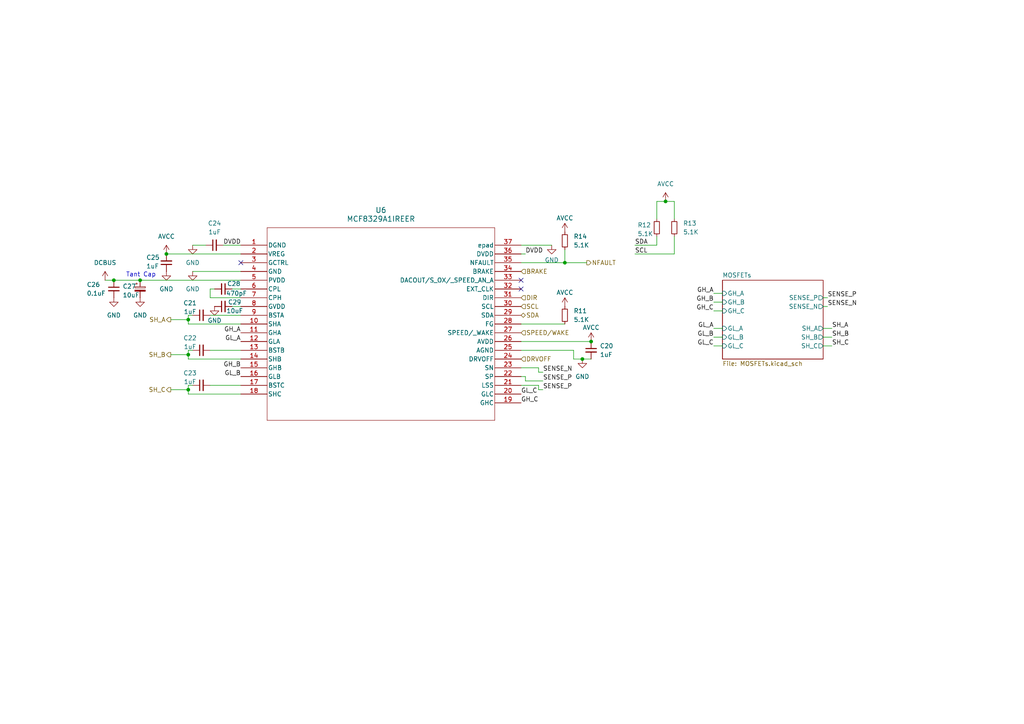
<source format=kicad_sch>
(kicad_sch (version 20231120) (generator "eeschema") (generator_version "8.0")
  (paper "A4")
  (lib_symbols
    (symbol "Device:C_Polarized_Small" (pin_numbers hide) (pin_names (offset 0.254) hide)
      (property "Reference" "C" (at 0.254 1.778 0))
      (property "Value" "C_Polarized_Small" (at 0.254 -2.032 0))
      (symbol "C_Polarized_Small_0_1"
        (rectangle (start -1.524 -0.3048) (end 1.524 -0.6858) (fill (type outline)))
        (rectangle (start -1.524 0.6858) (end 1.524 0.3048))
        (polyline (pts (xy -1.27 1.524) (xy -0.762 1.524)))
        (polyline (pts (xy -1.016 1.27) (xy -1.016 1.778)))
      )
      (symbol "C_Polarized_Small_1_1"
        (pin passive line (at 0 2.54 270) (length 1.8542) (name "~") (number "1"))
        (pin passive line (at 0 -2.54 90) (length 1.8542) (name "~") (number "2"))
      )
    )
    (symbol "Device:C_Small" (pin_numbers hide) (pin_names (offset 0.254) hide)
      (property "Reference" "C" (at 0.254 1.778 0))
      (property "Value" "C_Small" (at 0.254 -2.032 0))
      (symbol "C_Small_0_1"
        (polyline (pts (xy -1.524 -0.508) (xy 1.524 -0.508)) (stroke (width 0.3302)))
        (polyline (pts (xy -1.524 0.508) (xy 1.524 0.508)) (stroke (width 0.3048)))
      )
      (symbol "C_Small_1_1"
        (pin passive line (at 0 2.54 270) (length 2.032) (name "~") (number "1"))
        (pin passive line (at 0 -2.54 90) (length 2.032) (name "~") (number "2"))
      )
    )
    (symbol "Device:R_Small" (pin_numbers hide) (pin_names (offset 0.254) hide)
      (property "Reference" "R" (at 0.762 0.508 0))
      (property "Value" "R_Small" (at 0.762 -1.016 0))
      (symbol "R_Small_0_1"
        (rectangle (start -0.762 1.778) (end 0.762 -1.778) (stroke (width 0.2032)))
      )
      (symbol "R_Small_1_1"
        (pin passive line (at 0 2.54 270) (length 0.762) (name "~") (number "1"))
        (pin passive line (at 0 -2.54 90) (length 0.762) (name "~") (number "2"))
      )
    )
    (symbol "MCF8329A:MCF8329A1IREER" (pin_names (offset 0.254))
      (property "Reference" "U6" (at 40.64 10.16 0))
      (property "Value" "MCF8329A1IREER" (at 40.64 7.62 0))
      (symbol "MCF8329A1IREER_0_1"
        (polyline (pts (xy 7.62 -50.8) (xy 73.66 -50.8)) (stroke (width 0.127)))
        (polyline (pts (xy 7.62 5.08) (xy 7.62 -50.8)) (stroke (width 0.127)))
        (polyline (pts (xy 73.66 -50.8) (xy 73.66 5.08)) (stroke (width 0.127)))
        (polyline (pts (xy 73.66 5.08) (xy 7.62 5.08)) (stroke (width 0.127)))
        (pin power_out line (at 0 0 0) (length 7.62) (name "DGND") (number "1"))
        (pin bidirectional line (at 0 -22.86 0) (length 7.62) (name "SHA") (number "10"))
        (pin output line (at 0 -25.4 0) (length 7.62) (name "GHA") (number "11"))
        (pin output line (at 0 -27.94 0) (length 7.62) (name "GLA") (number "12"))
        (pin output line (at 0 -30.48 0) (length 7.62) (name "BSTB") (number "13"))
        (pin bidirectional line (at 0 -33.02 0) (length 7.62) (name "SHB") (number "14"))
        (pin output line (at 0 -35.56 0) (length 7.62) (name "GHB") (number "15"))
        (pin output line (at 0 -38.1 0) (length 7.62) (name "GLB") (number "16"))
        (pin output line (at 0 -40.64 0) (length 7.62) (name "BSTC") (number "17"))
        (pin bidirectional line (at 0 -43.18 0) (length 7.62) (name "SHC") (number "18"))
        (pin output line (at 81.28 -45.72 180) (length 7.62) (name "GHC") (number "19"))
        (pin power_in line (at 0 -2.54 0) (length 7.62) (name "VREG") (number "2"))
        (pin output line (at 81.28 -43.18 180) (length 7.62) (name "GLC") (number "20"))
        (pin power_in line (at 81.28 -40.64 180) (length 7.62) (name "LSS") (number "21"))
        (pin input line (at 81.28 -38.1 180) (length 7.62) (name "SP") (number "22"))
        (pin input line (at 81.28 -35.56 180) (length 7.62) (name "SN") (number "23"))
        (pin input line (at 81.28 -33.02 180) (length 7.62) (name "DRVOFF") (number "24"))
        (pin power_in line (at 81.28 -27.94 180) (length 7.62) (name "AVDD") (number "26"))
        (pin input line (at 81.28 -25.4 180) (length 7.62) (name "SPEED/_WAKE") (number "27"))
        (pin output line (at 81.28 -22.86 180) (length 7.62) (name "FG") (number "28"))
        (pin bidirectional line (at 81.28 -20.32 180) (length 7.62) (name "SDA") (number "29"))
        (pin output line (at 0 -5.08 0) (length 7.62) (name "GCTRL") (number "3"))
        (pin input line (at 81.28 -17.78 180) (length 7.62) (name "SCL") (number "30"))
        (pin input line (at 81.28 -15.24 180) (length 7.62) (name "DIR") (number "31"))
        (pin input line (at 81.28 -12.7 180) (length 7.62) (name "EXT_CLK") (number "32"))
        (pin bidirectional line (at 81.28 -10.16 180) (length 7.62) (name "DACOUT/S_OX/_SPEED_AN_A") (number "33"))
        (pin input line (at 81.28 -7.62 180) (length 7.62) (name "BRAKE") (number "34"))
        (pin output line (at 81.28 -5.08 180) (length 7.62) (name "NFAULT") (number "35"))
        (pin power_in line (at 81.28 -2.54 180) (length 7.62) (name "DVDD") (number "36"))
        (pin power_out line (at 0 -7.62 0) (length 7.62) (name "GND") (number "4"))
        (pin power_in line (at 0 -10.16 0) (length 7.62) (name "PVDD") (number "5"))
        (pin output line (at 0 -20.32 0) (length 7.62) (name "BSTA") (number "9"))
      )
      (symbol "MCF8329A1IREER_1_1"
        (pin passive line (at 81.28 -30.48 180) (length 7.62) (name "AGND") (number "25"))
        (pin passive line (at 81.28 0 180) (length 7.62) (name "epad") (number "37"))
        (pin passive line (at 0 -12.7 0) (length 7.62) (name "CPL") (number "6"))
        (pin passive line (at 0 -15.24 0) (length 7.62) (name "CPH") (number "7"))
        (pin passive line (at 0 -17.78 0) (length 7.62) (name "GVDD") (number "8"))
      )
    )
    (symbol "power:GND" (power) (pin_numbers hide) (pin_names (offset 0) hide)
      (property "Value" "GND" (at 0 -3.81 0))
      (symbol "GND_0_1"
        (polyline (pts (xy 0 0) (xy 0 -1.27) (xy 1.27 -1.27) (xy 0 -2.54) (xy -1.27 -1.27) (xy 0 -1.27)))
      )
      (symbol "GND_1_1"
        (pin power_in line (at 0 0 270) (length 0) (name "~") (number "1"))
      )
    )
    (symbol "power:VCC" (power) (pin_numbers hide) (pin_names (offset 0) hide)
      (property "Value" "VCC" (at 0 3.556 0))
      (symbol "VCC_0_1"
        (polyline (pts (xy -0.762 1.27) (xy 0 2.54)))
        (polyline (pts (xy 0 0) (xy 0 2.54)))
        (polyline (pts (xy 0 2.54) (xy 0.762 1.27)))
      )
      (symbol "VCC_1_1"
        (pin power_in line (at 0 0 90) (length 0) (name "~") (number "1"))
      )
    )
  )
  (junction (at 33.02 81.28))
  (junction (at 54.61 92.71))
  (junction (at 48.26 73.66))
  (junction (at 168.91 104.14))
  (junction (at 54.61 102.87))
  (junction (at 171.45 99.06))
  (junction (at 163.83 76.2))
  (junction (at 40.64 81.28))
  (junction (at 54.61 113.03))
  (junction (at 193.04 58.42))
  (no_connect (at 151.13 81.28))
  (no_connect (at 69.85 76.2))
  (no_connect (at 151.13 83.82))
  (wire (pts (xy 193.04 58.42) (xy 190.5 58.42)))
  (wire (pts (xy 156.21 113.03) (xy 157.48 113.03)))
  (wire (pts (xy 184.15 73.66) (xy 195.58 73.66)))
  (wire (pts (xy 55.88 91.44) (xy 54.61 91.44)))
  (wire (pts (xy 54.61 92.71) (xy 54.61 93.98)))
  (wire (pts (xy 207.01 90.17) (xy 209.55 90.17)))
  (wire (pts (xy 207.01 87.63) (xy 209.55 87.63)))
  (wire (pts (xy 207.01 95.25) (xy 209.55 95.25)))
  (wire (pts (xy 54.61 104.14) (xy 69.85 104.14)))
  (wire (pts (xy 241.3 97.79) (xy 238.76 97.79)))
  (wire (pts (xy 240.03 86.36) (xy 238.76 86.36)))
  (wire (pts (xy 207.01 97.79) (xy 209.55 97.79)))
  (wire (pts (xy 156.21 111.76) (xy 151.13 111.76)))
  (wire (pts (xy 49.53 102.87) (xy 54.61 102.87)))
  (wire (pts (xy 60.96 91.44) (xy 69.85 91.44)))
  (wire (pts (xy 152.4 73.66) (xy 151.13 73.66)))
  (wire (pts (xy 241.3 100.33) (xy 238.76 100.33)))
  (wire (pts (xy 156.21 113.03) (xy 156.21 111.76)))
  (wire (pts (xy 55.88 101.6) (xy 54.61 101.6)))
  (wire (pts (xy 207.01 100.33) (xy 209.55 100.33)))
  (wire (pts (xy 157.48 110.49) (xy 152.4 110.49)))
  (wire (pts (xy 151.13 93.98) (xy 163.83 93.98)))
  (wire (pts (xy 166.37 101.6) (xy 166.37 104.14)))
  (wire (pts (xy 184.15 71.12) (xy 190.5 71.12)))
  (wire (pts (xy 152.4 110.49) (xy 152.4 109.22)))
  (wire (pts (xy 33.02 81.28) (xy 40.64 81.28)))
  (wire (pts (xy 207.01 85.09) (xy 209.55 85.09)))
  (wire (pts (xy 54.61 101.6) (xy 54.61 102.87)))
  (wire (pts (xy 54.61 113.03) (xy 54.61 114.3)))
  (wire (pts (xy 195.58 68.58) (xy 195.58 73.66)))
  (wire (pts (xy 54.61 102.87) (xy 54.61 104.14)))
  (wire (pts (xy 163.83 72.39) (xy 163.83 76.2)))
  (wire (pts (xy 54.61 114.3) (xy 69.85 114.3)))
  (wire (pts (xy 60.96 83.82) (xy 60.96 86.36)))
  (wire (pts (xy 195.58 58.42) (xy 195.58 63.5)))
  (wire (pts (xy 151.13 71.12) (xy 160.02 71.12)))
  (wire (pts (xy 168.91 104.14) (xy 171.45 104.14)))
  (wire (pts (xy 241.3 95.25) (xy 238.76 95.25)))
  (wire (pts (xy 54.61 93.98) (xy 69.85 93.98)))
  (wire (pts (xy 49.53 92.71) (xy 54.61 92.71)))
  (wire (pts (xy 151.13 99.06) (xy 171.45 99.06)))
  (wire (pts (xy 48.26 73.66) (xy 69.85 73.66)))
  (wire (pts (xy 156.21 106.68) (xy 151.13 106.68)))
  (wire (pts (xy 170.18 76.2) (xy 163.83 76.2)))
  (wire (pts (xy 190.5 58.42) (xy 190.5 63.5)))
  (wire (pts (xy 49.53 113.03) (xy 54.61 113.03)))
  (wire (pts (xy 60.96 83.82) (xy 62.23 83.82)))
  (wire (pts (xy 151.13 101.6) (xy 166.37 101.6)))
  (wire (pts (xy 193.04 58.42) (xy 195.58 58.42)))
  (wire (pts (xy 60.96 111.76) (xy 69.85 111.76)))
  (wire (pts (xy 54.61 111.76) (xy 54.61 113.03)))
  (wire (pts (xy 67.31 88.9) (xy 69.85 88.9)))
  (wire (pts (xy 54.61 91.44) (xy 54.61 92.71)))
  (wire (pts (xy 64.77 71.12) (xy 69.85 71.12)))
  (wire (pts (xy 166.37 104.14) (xy 168.91 104.14)))
  (wire (pts (xy 163.83 76.2) (xy 151.13 76.2)))
  (wire (pts (xy 67.31 83.82) (xy 69.85 83.82)))
  (wire (pts (xy 40.64 81.28) (xy 69.85 81.28)))
  (wire (pts (xy 60.96 86.36) (xy 69.85 86.36)))
  (wire (pts (xy 190.5 68.58) (xy 190.5 71.12)))
  (wire (pts (xy 30.48 81.28) (xy 33.02 81.28)))
  (wire (pts (xy 55.88 78.74) (xy 69.85 78.74)))
  (wire (pts (xy 60.96 101.6) (xy 69.85 101.6)))
  (wire (pts (xy 152.4 109.22) (xy 151.13 109.22)))
  (wire (pts (xy 55.88 111.76) (xy 54.61 111.76)))
  (wire (pts (xy 157.48 107.95) (xy 156.21 107.95)))
  (wire (pts (xy 240.03 88.9) (xy 238.76 88.9)))
  (wire (pts (xy 55.88 71.12) (xy 59.69 71.12)))
  (wire (pts (xy 156.21 107.95) (xy 156.21 106.68)))
  (text "Tant Cap" (at 40.894 79.756 0) (effects (font (size 1.27 1.27))))
  (label "GH_A" (at 207.01 85.09 180))
  (label "SENSE_P" (at 240.03 86.36 0))
  (label "GL_B" (at 69.85 109.22 180))
  (label "GH_B" (at 69.85 106.68 180))
  (label "SENSE_P" (at 157.48 113.03 0))
  (label "GH_B" (at 207.01 87.63 180))
  (label "GL_C" (at 207.01 100.33 180))
  (label "SDA" (at 184.15 71.12 0))
  (label "SH_B" (at 241.3 97.79 0))
  (label "GL_C" (at 151.13 114.3 0))
  (label "GH_A" (at 69.85 96.52 180))
  (label "SCL" (at 184.15 73.66 0))
  (label "GH_C" (at 151.13 116.84 0))
  (label "GL_B" (at 207.01 97.79 180))
  (label "SENSE_N" (at 240.03 88.9 0))
  (label "GL_A" (at 69.85 99.06 180))
  (label "SENSE_P" (at 157.48 110.49 0))
  (label "SH_C" (at 241.3 100.33 0))
  (label "DVDD" (at 152.4 73.66 0))
  (label "SENSE_N" (at 157.48 107.95 0))
  (label "DVDD" (at 64.77 71.12 0))
  (label "GH_C" (at 207.01 90.17 180))
  (label "GL_A" (at 207.01 95.25 180))
  (label "SH_A" (at 241.3 95.25 0))
  (hierarchical_label "SH_C" (shape output) (at 49.53 113.03 180))
  (hierarchical_label "DIR" (shape input) (at 151.13 86.36 0))
  (hierarchical_label "SH_B" (shape output) (at 49.53 102.87 180))
  (hierarchical_label "BRAKE" (shape input) (at 151.13 78.74 0))
  (hierarchical_label "SDA" (shape bidirectional) (at 151.13 91.44 0))
  (hierarchical_label "DRVOFF" (shape input) (at 151.13 104.14 0))
  (hierarchical_label "SH_A" (shape output) (at 49.53 92.71 180))
  (hierarchical_label "SCL" (shape input) (at 151.13 88.9 0))
  (hierarchical_label "NFAULT" (shape output) (at 170.18 76.2 0))
  (hierarchical_label "SPEED{slash}WAKE" (shape input) (at 151.13 96.52 0))
  (symbol (lib_id "Device:C_Small") (at 64.77 88.9 90) (unit 1)
    (property "Reference" "C29" (at 68.072 87.63 90))
    (property "Value" "10uF" (at 68.072 90.17 90))
    (property "Description" "Unpolarized capacitor, small symbol" (effects (hide yes)))
  )
  (symbol (lib_id "Device:C_Small") (at 171.45 101.6 0) (unit 1)
    (property "Reference" "C20" (at 173.99 100.3362 0) (effects (justify left)))
    (property "Value" "1uF" (at 173.99 102.8762 0) (effects (justify left)))
    (property "Footprint" "0603" (effects (hide yes)))
    (property "Description" "Unpolarized capacitor, small symbol" (effects (hide yes)))
    (property "LCSC Part #" "C106858" (effects (hide yes)))
  )
  (symbol (lib_id "power:VCC") (at 163.83 88.9 0) (unit 1)
    (property "Reference" "#PWR033" (effects (hide yes)))
    (property "Value" "AVCC" (at 163.83 84.836 0))
    (property "Description" "Power symbol creates a global label with name \"VCC\"" (effects (hide yes)))
  )
  (symbol (lib_id "Device:C_Small") (at 62.23 71.12 90) (unit 1)
    (property "Reference" "C24" (at 62.2363 64.77 90))
    (property "Value" "1uF" (at 62.2363 67.31 90))
    (property "Footprint" "0603" (effects (hide yes)))
    (property "Description" "Unpolarized capacitor, small symbol" (effects (hide yes)))
    (property "LCSC Part #" "C106858" (effects (hide yes)))
  )
  (symbol (lib_id "Device:C_Small") (at 33.02 83.82 0) (unit 1)
    (property "Reference" "C26" (at 25.146 82.55 0) (effects (justify left)))
    (property "Value" "0.1uF" (at 25.146 85.09 0) (effects (justify left)))
    (property "Footprint" "0805" (effects (hide yes)))
    (property "Description" "Unpolarized capacitor, small symbol" (effects (hide yes)))
    (property "LCSC Part #" "C28233" (effects (hide yes)))
  )
  (symbol (lib_id "power:VCC") (at 171.45 99.06 0) (unit 1)
    (property "Reference" "#PWR025" (effects (hide yes)))
    (property "Value" "AVCC" (at 171.45 94.996 0))
    (property "Description" "Power symbol creates a global label with name \"VCC\"" (effects (hide yes)))
  )
  (symbol (lib_id "power:GND") (at 55.88 71.12 0) (unit 1)
    (property "Reference" "#PWR023" (effects (hide yes)))
    (property "Value" "GND" (at 55.88 76.2 0))
    (property "Description" "Power symbol creates a global label with name \"GND\" , ground" (effects (hide yes)))
  )
  (symbol (lib_id "Device:R_Small") (at 163.83 69.85 0) (unit 1)
    (property "Reference" "R14" (at 166.37 68.5799 0) (effects (justify left)))
    (property "Value" "5.1K" (at 166.37 71.1199 0) (effects (justify left)))
    (property "Footprint" "0402" (effects (hide yes)))
    (property "Description" "Resistor, small symbol" (effects (hide yes)))
    (property "LCSC Part #" " C105872" (effects (hide yes)))
  )
  (symbol (lib_id "power:VCC") (at 48.26 73.66 0) (unit 1)
    (property "Reference" "#PWR026" (effects (hide yes)))
    (property "Value" "AVCC" (at 48.26 68.58 0))
    (property "Description" "Power symbol creates a global label with name \"VCC\"" (effects (hide yes)))
  )
  (symbol (lib_id "power:GND") (at 55.88 78.74 0) (unit 1)
    (property "Reference" "#PWR024" (effects (hide yes)))
    (property "Value" "GND" (at 55.88 83.82 0))
    (property "Description" "Power symbol creates a global label with name \"GND\" , ground" (effects (hide yes)))
  )
  (symbol (lib_id "power:VCC") (at 30.48 81.28 0) (unit 1)
    (property "Reference" "#PWR028" (effects (hide yes)))
    (property "Value" "DCBUS" (at 30.48 76.2 0))
    (property "Description" "Power symbol creates a global label with name \"VCC\"" (effects (hide yes)))
  )
  (symbol (lib_id "power:GND") (at 48.26 78.74 0) (unit 1)
    (property "Reference" "#PWR027" (effects (hide yes)))
    (property "Value" "GND" (at 48.26 83.82 0))
    (property "Description" "Power symbol creates a global label with name \"GND\" , ground" (effects (hide yes)))
  )
  (symbol (lib_id "Device:C_Polarized_Small") (at 40.64 83.82 0) (unit 1)
    (property "Reference" "C27" (at 35.56 83.058 0) (effects (justify left)))
    (property "Value" "10uF" (at 35.56 85.598 0) (effects (justify left)))
    (property "Description" "Polarized capacitor, small symbol" (effects (hide yes)))
    (property "LCSC Part #" "C506619" (effects (hide yes)))
  )
  (symbol (lib_id "power:GND") (at 160.02 71.12 0) (unit 1)
    (property "Reference" "#PWR0111" (effects (hide yes)))
    (property "Value" "GND" (at 160.02 75.438 0))
    (property "Description" "Power symbol creates a global label with name \"GND\" , ground" (effects (hide yes)))
  )
  (symbol (lib_id "power:VCC") (at 163.83 67.31 0) (unit 1)
    (property "Reference" "#PWR034" (effects (hide yes)))
    (property "Value" "AVCC" (at 163.83 63.246 0))
    (property "Description" "Power symbol creates a global label with name \"VCC\"" (effects (hide yes)))
  )
  (symbol (lib_id "Device:C_Small") (at 48.26 76.2 180) (unit 1)
    (property "Reference" "C25" (at 42.418 74.676 0) (effects (justify right)))
    (property "Value" "1uF" (at 42.418 77.216 0) (effects (justify right)))
    (property "Footprint" "0603" (effects (hide yes)))
    (property "Description" "Unpolarized capacitor, small symbol" (effects (hide yes)))
    (property "LCSC Part #" "C106858" (effects (hide yes)))
  )
  (symbol (lib_id "power:VCC") (at 193.04 58.42 0) (unit 1)
    (property "Reference" "#PWR032" (effects (hide yes)))
    (property "Value" "AVCC" (at 193.04 53.34 0))
    (property "Description" "Power symbol creates a global label with name \"VCC\"" (effects (hide yes)))
  )
  (symbol (lib_id "Device:R_Small") (at 190.5 66.04 0) (unit 1)
    (property "Reference" "R12" (at 184.912 65.278 0) (effects (justify left)))
    (property "Value" "5.1K" (at 184.912 67.818 0) (effects (justify left)))
    (property "Footprint" "0402" (effects (hide yes)))
    (property "Description" "Resistor, small symbol" (effects (hide yes)))
    (property "LCSC Part #" " C105872" (effects (hide yes)))
  )
  (symbol (lib_id "power:GND") (at 62.23 88.9 0) (unit 1)
    (property "Reference" "#PWR031" (effects (hide yes)))
    (property "Value" "GND" (at 62.23 92.964 0))
    (property "Description" "Power symbol creates a global label with name \"GND\" , ground" (effects (hide yes)))
  )
  (symbol (lib_id "Device:C_Small") (at 64.77 83.82 270) (unit 1)
    (property "Reference" "C28" (at 67.818 82.296 90))
    (property "Value" "470pF" (at 68.58 85.09 90))
    (property "Footprint" "0603" (effects (hide yes)))
    (property "Description" "Unpolarized capacitor, small symbol" (effects (hide yes)))
    (property "LCSC Part #" " C107062" (effects (hide yes)))
  )
  (symbol (lib_id "Device:R_Small") (at 195.58 66.04 0) (unit 1)
    (property "Reference" "R13" (at 198.12 64.7699 0) (effects (justify left)))
    (property "Value" "5.1K" (at 198.12 67.3099 0) (effects (justify left)))
    (property "Footprint" "0402" (effects (hide yes)))
    (property "Description" "Resistor, small symbol" (effects (hide yes)))
    (property "LCSC Part #" " C105872" (effects (hide yes)))
  )
  (symbol (lib_id "power:GND") (at 40.64 86.36 0) (unit 1)
    (property "Reference" "#PWR030" (effects (hide yes)))
    (property "Value" "GND" (at 40.64 91.44 0))
    (property "Description" "Power symbol creates a global label with name \"GND\" , ground" (effects (hide yes)))
  )
  (symbol (lib_id "power:GND") (at 168.91 104.14 0) (unit 1)
    (property "Reference" "#PWR013" (effects (hide yes)))
    (property "Value" "GND" (at 168.91 109.22 0))
    (property "Description" "Power symbol creates a global label with name \"GND\" , ground" (effects (hide yes)))
  )
  (symbol (lib_id "power:GND") (at 33.02 86.36 0) (unit 1)
    (property "Reference" "#PWR029" (effects (hide yes)))
    (property "Value" "GND" (at 33.02 91.44 0))
    (property "Description" "Power symbol creates a global label with name \"GND\" , ground" (effects (hide yes)))
  )
  (symbol (lib_id "Device:R_Small") (at 163.83 91.44 0) (unit 1)
    (property "Reference" "R11" (at 166.37 90.1699 0) (effects (justify left)))
    (property "Value" "5.1K" (at 166.37 92.7099 0) (effects (justify left)))
    (property "Footprint" "0402" (effects (hide yes)))
    (property "Description" "Resistor, small symbol" (effects (hide yes)))
    (property "LCSC Part #" " C105872" (effects (hide yes)))
  )
  (symbol (lib_id "Device:C_Small") (at 58.42 101.6 90) (unit 1)
    (property "Reference" "C22" (at 55.118 98.044 90))
    (property "Value" "1uF" (at 55.118 100.584 90))
    (property "Footprint" "0603" (effects (hide yes)))
    (property "Description" "Unpolarized capacitor, small symbol" (effects (hide yes)))
    (property "LCSC Part #" "C106858" (effects (hide yes)))
  )
  (symbol (lib_id "Device:C_Small") (at 58.42 111.76 90) (unit 1)
    (property "Reference" "C23" (at 55.118 108.204 90))
    (property "Value" "1uF" (at 55.118 110.744 90))
    (property "Footprint" "0603" (effects (hide yes)))
    (property "Description" "Unpolarized capacitor, small symbol" (effects (hide yes)))
    (property "LCSC Part #" "C106858" (effects (hide yes)))
  )
  (symbol (lib_id "Device:C_Small") (at 58.42 91.44 90) (unit 1)
    (property "Reference" "C21" (at 55.118 87.884 90))
    (property "Value" "1uF" (at 55.118 90.424 90))
    (property "Footprint" "0603" (effects (hide yes)))
    (property "Description" "Unpolarized capacitor, small symbol" (effects (hide yes)))
    (property "LCSC Part #" "C106858" (effects (hide yes)))
  )
  (symbol (lib_id "MCF8329A:MCF8329A1IREER") (at 69.85 71.12 0) (unit 1)
    (property "Reference" "U6" (at 110.49 60.96 0) (effects (font (size 1.524 1.524))))
    (property "Value" "MCF8329A1IREER" (at 110.49 63.5 0) (effects (font (size 1.524 1.524))))
    (property "Datasheet" "MCF8329A1IREER" (effects (hide yes)))
    (property "LCSC Part #" "C22399784" (effects (hide yes)))
  )
  (sheet (at 209.55 81.28) (size 29.21 22.86) (stroke (width 0.1524))
    (property "Sheetname" "MOSFETs" (at 209.55 80.5684 0) (effects (justify left bottom)))
    (property "Sheetfile" "MOSFETs.kicad_sch" (at 209.55 104.7246 0) (effects (justify left top)))
    (pin "GL_C" input (at 209.55 100.33 180))
    (pin "GL_B" input (at 209.55 97.79 180))
    (pin "GH_B" input (at 209.55 87.63 180))
    (pin "GH_A" input (at 209.55 85.09 180))
    (pin "SH_A" output (at 238.76 95.25 0))
    (pin "SH_B" output (at 238.76 97.79 0))
    (pin "SH_C" output (at 238.76 100.33 0))
    (pin "GH_C" input (at 209.55 90.17 180))
    (pin "GL_A" input (at 209.55 95.25 180))
    (pin "SENSE_P" output (at 238.76 86.36 0))
    (pin "SENSE_N" output (at 238.76 88.9 0))
  )
)
</source>
